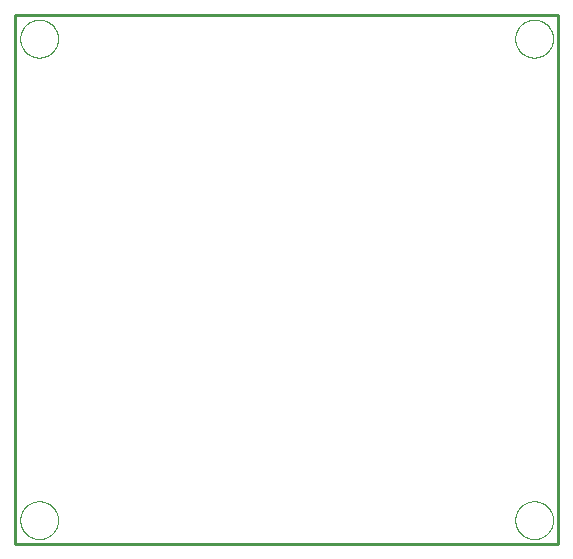
<source format=gko>
G75*
%MOIN*%
%OFA0B0*%
%FSLAX25Y25*%
%IPPOS*%
%LPD*%
%AMOC8*
5,1,8,0,0,1.08239X$1,22.5*
%
%ADD10C,0.01000*%
%ADD11C,0.00000*%
D10*
X0013478Y0005367D02*
X0013478Y0181867D01*
X0194478Y0181867D01*
X0194478Y0005367D01*
X0013478Y0005367D01*
D11*
X0015179Y0013367D02*
X0015181Y0013525D01*
X0015187Y0013683D01*
X0015197Y0013841D01*
X0015211Y0013999D01*
X0015229Y0014156D01*
X0015250Y0014313D01*
X0015276Y0014469D01*
X0015306Y0014625D01*
X0015339Y0014780D01*
X0015377Y0014933D01*
X0015418Y0015086D01*
X0015463Y0015238D01*
X0015512Y0015389D01*
X0015565Y0015538D01*
X0015621Y0015686D01*
X0015681Y0015832D01*
X0015745Y0015977D01*
X0015813Y0016120D01*
X0015884Y0016262D01*
X0015958Y0016402D01*
X0016036Y0016539D01*
X0016118Y0016675D01*
X0016202Y0016809D01*
X0016291Y0016940D01*
X0016382Y0017069D01*
X0016477Y0017196D01*
X0016574Y0017321D01*
X0016675Y0017443D01*
X0016779Y0017562D01*
X0016886Y0017679D01*
X0016996Y0017793D01*
X0017109Y0017904D01*
X0017224Y0018013D01*
X0017342Y0018118D01*
X0017463Y0018220D01*
X0017586Y0018320D01*
X0017712Y0018416D01*
X0017840Y0018509D01*
X0017970Y0018599D01*
X0018103Y0018685D01*
X0018238Y0018769D01*
X0018374Y0018848D01*
X0018513Y0018925D01*
X0018654Y0018997D01*
X0018796Y0019067D01*
X0018940Y0019132D01*
X0019086Y0019194D01*
X0019233Y0019252D01*
X0019382Y0019307D01*
X0019532Y0019358D01*
X0019683Y0019405D01*
X0019835Y0019448D01*
X0019988Y0019487D01*
X0020143Y0019523D01*
X0020298Y0019554D01*
X0020454Y0019582D01*
X0020610Y0019606D01*
X0020767Y0019626D01*
X0020925Y0019642D01*
X0021082Y0019654D01*
X0021241Y0019662D01*
X0021399Y0019666D01*
X0021557Y0019666D01*
X0021715Y0019662D01*
X0021874Y0019654D01*
X0022031Y0019642D01*
X0022189Y0019626D01*
X0022346Y0019606D01*
X0022502Y0019582D01*
X0022658Y0019554D01*
X0022813Y0019523D01*
X0022968Y0019487D01*
X0023121Y0019448D01*
X0023273Y0019405D01*
X0023424Y0019358D01*
X0023574Y0019307D01*
X0023723Y0019252D01*
X0023870Y0019194D01*
X0024016Y0019132D01*
X0024160Y0019067D01*
X0024302Y0018997D01*
X0024443Y0018925D01*
X0024582Y0018848D01*
X0024718Y0018769D01*
X0024853Y0018685D01*
X0024986Y0018599D01*
X0025116Y0018509D01*
X0025244Y0018416D01*
X0025370Y0018320D01*
X0025493Y0018220D01*
X0025614Y0018118D01*
X0025732Y0018013D01*
X0025847Y0017904D01*
X0025960Y0017793D01*
X0026070Y0017679D01*
X0026177Y0017562D01*
X0026281Y0017443D01*
X0026382Y0017321D01*
X0026479Y0017196D01*
X0026574Y0017069D01*
X0026665Y0016940D01*
X0026754Y0016809D01*
X0026838Y0016675D01*
X0026920Y0016539D01*
X0026998Y0016402D01*
X0027072Y0016262D01*
X0027143Y0016120D01*
X0027211Y0015977D01*
X0027275Y0015832D01*
X0027335Y0015686D01*
X0027391Y0015538D01*
X0027444Y0015389D01*
X0027493Y0015238D01*
X0027538Y0015086D01*
X0027579Y0014933D01*
X0027617Y0014780D01*
X0027650Y0014625D01*
X0027680Y0014469D01*
X0027706Y0014313D01*
X0027727Y0014156D01*
X0027745Y0013999D01*
X0027759Y0013841D01*
X0027769Y0013683D01*
X0027775Y0013525D01*
X0027777Y0013367D01*
X0027775Y0013209D01*
X0027769Y0013051D01*
X0027759Y0012893D01*
X0027745Y0012735D01*
X0027727Y0012578D01*
X0027706Y0012421D01*
X0027680Y0012265D01*
X0027650Y0012109D01*
X0027617Y0011954D01*
X0027579Y0011801D01*
X0027538Y0011648D01*
X0027493Y0011496D01*
X0027444Y0011345D01*
X0027391Y0011196D01*
X0027335Y0011048D01*
X0027275Y0010902D01*
X0027211Y0010757D01*
X0027143Y0010614D01*
X0027072Y0010472D01*
X0026998Y0010332D01*
X0026920Y0010195D01*
X0026838Y0010059D01*
X0026754Y0009925D01*
X0026665Y0009794D01*
X0026574Y0009665D01*
X0026479Y0009538D01*
X0026382Y0009413D01*
X0026281Y0009291D01*
X0026177Y0009172D01*
X0026070Y0009055D01*
X0025960Y0008941D01*
X0025847Y0008830D01*
X0025732Y0008721D01*
X0025614Y0008616D01*
X0025493Y0008514D01*
X0025370Y0008414D01*
X0025244Y0008318D01*
X0025116Y0008225D01*
X0024986Y0008135D01*
X0024853Y0008049D01*
X0024718Y0007965D01*
X0024582Y0007886D01*
X0024443Y0007809D01*
X0024302Y0007737D01*
X0024160Y0007667D01*
X0024016Y0007602D01*
X0023870Y0007540D01*
X0023723Y0007482D01*
X0023574Y0007427D01*
X0023424Y0007376D01*
X0023273Y0007329D01*
X0023121Y0007286D01*
X0022968Y0007247D01*
X0022813Y0007211D01*
X0022658Y0007180D01*
X0022502Y0007152D01*
X0022346Y0007128D01*
X0022189Y0007108D01*
X0022031Y0007092D01*
X0021874Y0007080D01*
X0021715Y0007072D01*
X0021557Y0007068D01*
X0021399Y0007068D01*
X0021241Y0007072D01*
X0021082Y0007080D01*
X0020925Y0007092D01*
X0020767Y0007108D01*
X0020610Y0007128D01*
X0020454Y0007152D01*
X0020298Y0007180D01*
X0020143Y0007211D01*
X0019988Y0007247D01*
X0019835Y0007286D01*
X0019683Y0007329D01*
X0019532Y0007376D01*
X0019382Y0007427D01*
X0019233Y0007482D01*
X0019086Y0007540D01*
X0018940Y0007602D01*
X0018796Y0007667D01*
X0018654Y0007737D01*
X0018513Y0007809D01*
X0018374Y0007886D01*
X0018238Y0007965D01*
X0018103Y0008049D01*
X0017970Y0008135D01*
X0017840Y0008225D01*
X0017712Y0008318D01*
X0017586Y0008414D01*
X0017463Y0008514D01*
X0017342Y0008616D01*
X0017224Y0008721D01*
X0017109Y0008830D01*
X0016996Y0008941D01*
X0016886Y0009055D01*
X0016779Y0009172D01*
X0016675Y0009291D01*
X0016574Y0009413D01*
X0016477Y0009538D01*
X0016382Y0009665D01*
X0016291Y0009794D01*
X0016202Y0009925D01*
X0016118Y0010059D01*
X0016036Y0010195D01*
X0015958Y0010332D01*
X0015884Y0010472D01*
X0015813Y0010614D01*
X0015745Y0010757D01*
X0015681Y0010902D01*
X0015621Y0011048D01*
X0015565Y0011196D01*
X0015512Y0011345D01*
X0015463Y0011496D01*
X0015418Y0011648D01*
X0015377Y0011801D01*
X0015339Y0011954D01*
X0015306Y0012109D01*
X0015276Y0012265D01*
X0015250Y0012421D01*
X0015229Y0012578D01*
X0015211Y0012735D01*
X0015197Y0012893D01*
X0015187Y0013051D01*
X0015181Y0013209D01*
X0015179Y0013367D01*
X0015179Y0173867D02*
X0015181Y0174025D01*
X0015187Y0174183D01*
X0015197Y0174341D01*
X0015211Y0174499D01*
X0015229Y0174656D01*
X0015250Y0174813D01*
X0015276Y0174969D01*
X0015306Y0175125D01*
X0015339Y0175280D01*
X0015377Y0175433D01*
X0015418Y0175586D01*
X0015463Y0175738D01*
X0015512Y0175889D01*
X0015565Y0176038D01*
X0015621Y0176186D01*
X0015681Y0176332D01*
X0015745Y0176477D01*
X0015813Y0176620D01*
X0015884Y0176762D01*
X0015958Y0176902D01*
X0016036Y0177039D01*
X0016118Y0177175D01*
X0016202Y0177309D01*
X0016291Y0177440D01*
X0016382Y0177569D01*
X0016477Y0177696D01*
X0016574Y0177821D01*
X0016675Y0177943D01*
X0016779Y0178062D01*
X0016886Y0178179D01*
X0016996Y0178293D01*
X0017109Y0178404D01*
X0017224Y0178513D01*
X0017342Y0178618D01*
X0017463Y0178720D01*
X0017586Y0178820D01*
X0017712Y0178916D01*
X0017840Y0179009D01*
X0017970Y0179099D01*
X0018103Y0179185D01*
X0018238Y0179269D01*
X0018374Y0179348D01*
X0018513Y0179425D01*
X0018654Y0179497D01*
X0018796Y0179567D01*
X0018940Y0179632D01*
X0019086Y0179694D01*
X0019233Y0179752D01*
X0019382Y0179807D01*
X0019532Y0179858D01*
X0019683Y0179905D01*
X0019835Y0179948D01*
X0019988Y0179987D01*
X0020143Y0180023D01*
X0020298Y0180054D01*
X0020454Y0180082D01*
X0020610Y0180106D01*
X0020767Y0180126D01*
X0020925Y0180142D01*
X0021082Y0180154D01*
X0021241Y0180162D01*
X0021399Y0180166D01*
X0021557Y0180166D01*
X0021715Y0180162D01*
X0021874Y0180154D01*
X0022031Y0180142D01*
X0022189Y0180126D01*
X0022346Y0180106D01*
X0022502Y0180082D01*
X0022658Y0180054D01*
X0022813Y0180023D01*
X0022968Y0179987D01*
X0023121Y0179948D01*
X0023273Y0179905D01*
X0023424Y0179858D01*
X0023574Y0179807D01*
X0023723Y0179752D01*
X0023870Y0179694D01*
X0024016Y0179632D01*
X0024160Y0179567D01*
X0024302Y0179497D01*
X0024443Y0179425D01*
X0024582Y0179348D01*
X0024718Y0179269D01*
X0024853Y0179185D01*
X0024986Y0179099D01*
X0025116Y0179009D01*
X0025244Y0178916D01*
X0025370Y0178820D01*
X0025493Y0178720D01*
X0025614Y0178618D01*
X0025732Y0178513D01*
X0025847Y0178404D01*
X0025960Y0178293D01*
X0026070Y0178179D01*
X0026177Y0178062D01*
X0026281Y0177943D01*
X0026382Y0177821D01*
X0026479Y0177696D01*
X0026574Y0177569D01*
X0026665Y0177440D01*
X0026754Y0177309D01*
X0026838Y0177175D01*
X0026920Y0177039D01*
X0026998Y0176902D01*
X0027072Y0176762D01*
X0027143Y0176620D01*
X0027211Y0176477D01*
X0027275Y0176332D01*
X0027335Y0176186D01*
X0027391Y0176038D01*
X0027444Y0175889D01*
X0027493Y0175738D01*
X0027538Y0175586D01*
X0027579Y0175433D01*
X0027617Y0175280D01*
X0027650Y0175125D01*
X0027680Y0174969D01*
X0027706Y0174813D01*
X0027727Y0174656D01*
X0027745Y0174499D01*
X0027759Y0174341D01*
X0027769Y0174183D01*
X0027775Y0174025D01*
X0027777Y0173867D01*
X0027775Y0173709D01*
X0027769Y0173551D01*
X0027759Y0173393D01*
X0027745Y0173235D01*
X0027727Y0173078D01*
X0027706Y0172921D01*
X0027680Y0172765D01*
X0027650Y0172609D01*
X0027617Y0172454D01*
X0027579Y0172301D01*
X0027538Y0172148D01*
X0027493Y0171996D01*
X0027444Y0171845D01*
X0027391Y0171696D01*
X0027335Y0171548D01*
X0027275Y0171402D01*
X0027211Y0171257D01*
X0027143Y0171114D01*
X0027072Y0170972D01*
X0026998Y0170832D01*
X0026920Y0170695D01*
X0026838Y0170559D01*
X0026754Y0170425D01*
X0026665Y0170294D01*
X0026574Y0170165D01*
X0026479Y0170038D01*
X0026382Y0169913D01*
X0026281Y0169791D01*
X0026177Y0169672D01*
X0026070Y0169555D01*
X0025960Y0169441D01*
X0025847Y0169330D01*
X0025732Y0169221D01*
X0025614Y0169116D01*
X0025493Y0169014D01*
X0025370Y0168914D01*
X0025244Y0168818D01*
X0025116Y0168725D01*
X0024986Y0168635D01*
X0024853Y0168549D01*
X0024718Y0168465D01*
X0024582Y0168386D01*
X0024443Y0168309D01*
X0024302Y0168237D01*
X0024160Y0168167D01*
X0024016Y0168102D01*
X0023870Y0168040D01*
X0023723Y0167982D01*
X0023574Y0167927D01*
X0023424Y0167876D01*
X0023273Y0167829D01*
X0023121Y0167786D01*
X0022968Y0167747D01*
X0022813Y0167711D01*
X0022658Y0167680D01*
X0022502Y0167652D01*
X0022346Y0167628D01*
X0022189Y0167608D01*
X0022031Y0167592D01*
X0021874Y0167580D01*
X0021715Y0167572D01*
X0021557Y0167568D01*
X0021399Y0167568D01*
X0021241Y0167572D01*
X0021082Y0167580D01*
X0020925Y0167592D01*
X0020767Y0167608D01*
X0020610Y0167628D01*
X0020454Y0167652D01*
X0020298Y0167680D01*
X0020143Y0167711D01*
X0019988Y0167747D01*
X0019835Y0167786D01*
X0019683Y0167829D01*
X0019532Y0167876D01*
X0019382Y0167927D01*
X0019233Y0167982D01*
X0019086Y0168040D01*
X0018940Y0168102D01*
X0018796Y0168167D01*
X0018654Y0168237D01*
X0018513Y0168309D01*
X0018374Y0168386D01*
X0018238Y0168465D01*
X0018103Y0168549D01*
X0017970Y0168635D01*
X0017840Y0168725D01*
X0017712Y0168818D01*
X0017586Y0168914D01*
X0017463Y0169014D01*
X0017342Y0169116D01*
X0017224Y0169221D01*
X0017109Y0169330D01*
X0016996Y0169441D01*
X0016886Y0169555D01*
X0016779Y0169672D01*
X0016675Y0169791D01*
X0016574Y0169913D01*
X0016477Y0170038D01*
X0016382Y0170165D01*
X0016291Y0170294D01*
X0016202Y0170425D01*
X0016118Y0170559D01*
X0016036Y0170695D01*
X0015958Y0170832D01*
X0015884Y0170972D01*
X0015813Y0171114D01*
X0015745Y0171257D01*
X0015681Y0171402D01*
X0015621Y0171548D01*
X0015565Y0171696D01*
X0015512Y0171845D01*
X0015463Y0171996D01*
X0015418Y0172148D01*
X0015377Y0172301D01*
X0015339Y0172454D01*
X0015306Y0172609D01*
X0015276Y0172765D01*
X0015250Y0172921D01*
X0015229Y0173078D01*
X0015211Y0173235D01*
X0015197Y0173393D01*
X0015187Y0173551D01*
X0015181Y0173709D01*
X0015179Y0173867D01*
X0180179Y0173867D02*
X0180181Y0174025D01*
X0180187Y0174183D01*
X0180197Y0174341D01*
X0180211Y0174499D01*
X0180229Y0174656D01*
X0180250Y0174813D01*
X0180276Y0174969D01*
X0180306Y0175125D01*
X0180339Y0175280D01*
X0180377Y0175433D01*
X0180418Y0175586D01*
X0180463Y0175738D01*
X0180512Y0175889D01*
X0180565Y0176038D01*
X0180621Y0176186D01*
X0180681Y0176332D01*
X0180745Y0176477D01*
X0180813Y0176620D01*
X0180884Y0176762D01*
X0180958Y0176902D01*
X0181036Y0177039D01*
X0181118Y0177175D01*
X0181202Y0177309D01*
X0181291Y0177440D01*
X0181382Y0177569D01*
X0181477Y0177696D01*
X0181574Y0177821D01*
X0181675Y0177943D01*
X0181779Y0178062D01*
X0181886Y0178179D01*
X0181996Y0178293D01*
X0182109Y0178404D01*
X0182224Y0178513D01*
X0182342Y0178618D01*
X0182463Y0178720D01*
X0182586Y0178820D01*
X0182712Y0178916D01*
X0182840Y0179009D01*
X0182970Y0179099D01*
X0183103Y0179185D01*
X0183238Y0179269D01*
X0183374Y0179348D01*
X0183513Y0179425D01*
X0183654Y0179497D01*
X0183796Y0179567D01*
X0183940Y0179632D01*
X0184086Y0179694D01*
X0184233Y0179752D01*
X0184382Y0179807D01*
X0184532Y0179858D01*
X0184683Y0179905D01*
X0184835Y0179948D01*
X0184988Y0179987D01*
X0185143Y0180023D01*
X0185298Y0180054D01*
X0185454Y0180082D01*
X0185610Y0180106D01*
X0185767Y0180126D01*
X0185925Y0180142D01*
X0186082Y0180154D01*
X0186241Y0180162D01*
X0186399Y0180166D01*
X0186557Y0180166D01*
X0186715Y0180162D01*
X0186874Y0180154D01*
X0187031Y0180142D01*
X0187189Y0180126D01*
X0187346Y0180106D01*
X0187502Y0180082D01*
X0187658Y0180054D01*
X0187813Y0180023D01*
X0187968Y0179987D01*
X0188121Y0179948D01*
X0188273Y0179905D01*
X0188424Y0179858D01*
X0188574Y0179807D01*
X0188723Y0179752D01*
X0188870Y0179694D01*
X0189016Y0179632D01*
X0189160Y0179567D01*
X0189302Y0179497D01*
X0189443Y0179425D01*
X0189582Y0179348D01*
X0189718Y0179269D01*
X0189853Y0179185D01*
X0189986Y0179099D01*
X0190116Y0179009D01*
X0190244Y0178916D01*
X0190370Y0178820D01*
X0190493Y0178720D01*
X0190614Y0178618D01*
X0190732Y0178513D01*
X0190847Y0178404D01*
X0190960Y0178293D01*
X0191070Y0178179D01*
X0191177Y0178062D01*
X0191281Y0177943D01*
X0191382Y0177821D01*
X0191479Y0177696D01*
X0191574Y0177569D01*
X0191665Y0177440D01*
X0191754Y0177309D01*
X0191838Y0177175D01*
X0191920Y0177039D01*
X0191998Y0176902D01*
X0192072Y0176762D01*
X0192143Y0176620D01*
X0192211Y0176477D01*
X0192275Y0176332D01*
X0192335Y0176186D01*
X0192391Y0176038D01*
X0192444Y0175889D01*
X0192493Y0175738D01*
X0192538Y0175586D01*
X0192579Y0175433D01*
X0192617Y0175280D01*
X0192650Y0175125D01*
X0192680Y0174969D01*
X0192706Y0174813D01*
X0192727Y0174656D01*
X0192745Y0174499D01*
X0192759Y0174341D01*
X0192769Y0174183D01*
X0192775Y0174025D01*
X0192777Y0173867D01*
X0192775Y0173709D01*
X0192769Y0173551D01*
X0192759Y0173393D01*
X0192745Y0173235D01*
X0192727Y0173078D01*
X0192706Y0172921D01*
X0192680Y0172765D01*
X0192650Y0172609D01*
X0192617Y0172454D01*
X0192579Y0172301D01*
X0192538Y0172148D01*
X0192493Y0171996D01*
X0192444Y0171845D01*
X0192391Y0171696D01*
X0192335Y0171548D01*
X0192275Y0171402D01*
X0192211Y0171257D01*
X0192143Y0171114D01*
X0192072Y0170972D01*
X0191998Y0170832D01*
X0191920Y0170695D01*
X0191838Y0170559D01*
X0191754Y0170425D01*
X0191665Y0170294D01*
X0191574Y0170165D01*
X0191479Y0170038D01*
X0191382Y0169913D01*
X0191281Y0169791D01*
X0191177Y0169672D01*
X0191070Y0169555D01*
X0190960Y0169441D01*
X0190847Y0169330D01*
X0190732Y0169221D01*
X0190614Y0169116D01*
X0190493Y0169014D01*
X0190370Y0168914D01*
X0190244Y0168818D01*
X0190116Y0168725D01*
X0189986Y0168635D01*
X0189853Y0168549D01*
X0189718Y0168465D01*
X0189582Y0168386D01*
X0189443Y0168309D01*
X0189302Y0168237D01*
X0189160Y0168167D01*
X0189016Y0168102D01*
X0188870Y0168040D01*
X0188723Y0167982D01*
X0188574Y0167927D01*
X0188424Y0167876D01*
X0188273Y0167829D01*
X0188121Y0167786D01*
X0187968Y0167747D01*
X0187813Y0167711D01*
X0187658Y0167680D01*
X0187502Y0167652D01*
X0187346Y0167628D01*
X0187189Y0167608D01*
X0187031Y0167592D01*
X0186874Y0167580D01*
X0186715Y0167572D01*
X0186557Y0167568D01*
X0186399Y0167568D01*
X0186241Y0167572D01*
X0186082Y0167580D01*
X0185925Y0167592D01*
X0185767Y0167608D01*
X0185610Y0167628D01*
X0185454Y0167652D01*
X0185298Y0167680D01*
X0185143Y0167711D01*
X0184988Y0167747D01*
X0184835Y0167786D01*
X0184683Y0167829D01*
X0184532Y0167876D01*
X0184382Y0167927D01*
X0184233Y0167982D01*
X0184086Y0168040D01*
X0183940Y0168102D01*
X0183796Y0168167D01*
X0183654Y0168237D01*
X0183513Y0168309D01*
X0183374Y0168386D01*
X0183238Y0168465D01*
X0183103Y0168549D01*
X0182970Y0168635D01*
X0182840Y0168725D01*
X0182712Y0168818D01*
X0182586Y0168914D01*
X0182463Y0169014D01*
X0182342Y0169116D01*
X0182224Y0169221D01*
X0182109Y0169330D01*
X0181996Y0169441D01*
X0181886Y0169555D01*
X0181779Y0169672D01*
X0181675Y0169791D01*
X0181574Y0169913D01*
X0181477Y0170038D01*
X0181382Y0170165D01*
X0181291Y0170294D01*
X0181202Y0170425D01*
X0181118Y0170559D01*
X0181036Y0170695D01*
X0180958Y0170832D01*
X0180884Y0170972D01*
X0180813Y0171114D01*
X0180745Y0171257D01*
X0180681Y0171402D01*
X0180621Y0171548D01*
X0180565Y0171696D01*
X0180512Y0171845D01*
X0180463Y0171996D01*
X0180418Y0172148D01*
X0180377Y0172301D01*
X0180339Y0172454D01*
X0180306Y0172609D01*
X0180276Y0172765D01*
X0180250Y0172921D01*
X0180229Y0173078D01*
X0180211Y0173235D01*
X0180197Y0173393D01*
X0180187Y0173551D01*
X0180181Y0173709D01*
X0180179Y0173867D01*
X0180179Y0013367D02*
X0180181Y0013525D01*
X0180187Y0013683D01*
X0180197Y0013841D01*
X0180211Y0013999D01*
X0180229Y0014156D01*
X0180250Y0014313D01*
X0180276Y0014469D01*
X0180306Y0014625D01*
X0180339Y0014780D01*
X0180377Y0014933D01*
X0180418Y0015086D01*
X0180463Y0015238D01*
X0180512Y0015389D01*
X0180565Y0015538D01*
X0180621Y0015686D01*
X0180681Y0015832D01*
X0180745Y0015977D01*
X0180813Y0016120D01*
X0180884Y0016262D01*
X0180958Y0016402D01*
X0181036Y0016539D01*
X0181118Y0016675D01*
X0181202Y0016809D01*
X0181291Y0016940D01*
X0181382Y0017069D01*
X0181477Y0017196D01*
X0181574Y0017321D01*
X0181675Y0017443D01*
X0181779Y0017562D01*
X0181886Y0017679D01*
X0181996Y0017793D01*
X0182109Y0017904D01*
X0182224Y0018013D01*
X0182342Y0018118D01*
X0182463Y0018220D01*
X0182586Y0018320D01*
X0182712Y0018416D01*
X0182840Y0018509D01*
X0182970Y0018599D01*
X0183103Y0018685D01*
X0183238Y0018769D01*
X0183374Y0018848D01*
X0183513Y0018925D01*
X0183654Y0018997D01*
X0183796Y0019067D01*
X0183940Y0019132D01*
X0184086Y0019194D01*
X0184233Y0019252D01*
X0184382Y0019307D01*
X0184532Y0019358D01*
X0184683Y0019405D01*
X0184835Y0019448D01*
X0184988Y0019487D01*
X0185143Y0019523D01*
X0185298Y0019554D01*
X0185454Y0019582D01*
X0185610Y0019606D01*
X0185767Y0019626D01*
X0185925Y0019642D01*
X0186082Y0019654D01*
X0186241Y0019662D01*
X0186399Y0019666D01*
X0186557Y0019666D01*
X0186715Y0019662D01*
X0186874Y0019654D01*
X0187031Y0019642D01*
X0187189Y0019626D01*
X0187346Y0019606D01*
X0187502Y0019582D01*
X0187658Y0019554D01*
X0187813Y0019523D01*
X0187968Y0019487D01*
X0188121Y0019448D01*
X0188273Y0019405D01*
X0188424Y0019358D01*
X0188574Y0019307D01*
X0188723Y0019252D01*
X0188870Y0019194D01*
X0189016Y0019132D01*
X0189160Y0019067D01*
X0189302Y0018997D01*
X0189443Y0018925D01*
X0189582Y0018848D01*
X0189718Y0018769D01*
X0189853Y0018685D01*
X0189986Y0018599D01*
X0190116Y0018509D01*
X0190244Y0018416D01*
X0190370Y0018320D01*
X0190493Y0018220D01*
X0190614Y0018118D01*
X0190732Y0018013D01*
X0190847Y0017904D01*
X0190960Y0017793D01*
X0191070Y0017679D01*
X0191177Y0017562D01*
X0191281Y0017443D01*
X0191382Y0017321D01*
X0191479Y0017196D01*
X0191574Y0017069D01*
X0191665Y0016940D01*
X0191754Y0016809D01*
X0191838Y0016675D01*
X0191920Y0016539D01*
X0191998Y0016402D01*
X0192072Y0016262D01*
X0192143Y0016120D01*
X0192211Y0015977D01*
X0192275Y0015832D01*
X0192335Y0015686D01*
X0192391Y0015538D01*
X0192444Y0015389D01*
X0192493Y0015238D01*
X0192538Y0015086D01*
X0192579Y0014933D01*
X0192617Y0014780D01*
X0192650Y0014625D01*
X0192680Y0014469D01*
X0192706Y0014313D01*
X0192727Y0014156D01*
X0192745Y0013999D01*
X0192759Y0013841D01*
X0192769Y0013683D01*
X0192775Y0013525D01*
X0192777Y0013367D01*
X0192775Y0013209D01*
X0192769Y0013051D01*
X0192759Y0012893D01*
X0192745Y0012735D01*
X0192727Y0012578D01*
X0192706Y0012421D01*
X0192680Y0012265D01*
X0192650Y0012109D01*
X0192617Y0011954D01*
X0192579Y0011801D01*
X0192538Y0011648D01*
X0192493Y0011496D01*
X0192444Y0011345D01*
X0192391Y0011196D01*
X0192335Y0011048D01*
X0192275Y0010902D01*
X0192211Y0010757D01*
X0192143Y0010614D01*
X0192072Y0010472D01*
X0191998Y0010332D01*
X0191920Y0010195D01*
X0191838Y0010059D01*
X0191754Y0009925D01*
X0191665Y0009794D01*
X0191574Y0009665D01*
X0191479Y0009538D01*
X0191382Y0009413D01*
X0191281Y0009291D01*
X0191177Y0009172D01*
X0191070Y0009055D01*
X0190960Y0008941D01*
X0190847Y0008830D01*
X0190732Y0008721D01*
X0190614Y0008616D01*
X0190493Y0008514D01*
X0190370Y0008414D01*
X0190244Y0008318D01*
X0190116Y0008225D01*
X0189986Y0008135D01*
X0189853Y0008049D01*
X0189718Y0007965D01*
X0189582Y0007886D01*
X0189443Y0007809D01*
X0189302Y0007737D01*
X0189160Y0007667D01*
X0189016Y0007602D01*
X0188870Y0007540D01*
X0188723Y0007482D01*
X0188574Y0007427D01*
X0188424Y0007376D01*
X0188273Y0007329D01*
X0188121Y0007286D01*
X0187968Y0007247D01*
X0187813Y0007211D01*
X0187658Y0007180D01*
X0187502Y0007152D01*
X0187346Y0007128D01*
X0187189Y0007108D01*
X0187031Y0007092D01*
X0186874Y0007080D01*
X0186715Y0007072D01*
X0186557Y0007068D01*
X0186399Y0007068D01*
X0186241Y0007072D01*
X0186082Y0007080D01*
X0185925Y0007092D01*
X0185767Y0007108D01*
X0185610Y0007128D01*
X0185454Y0007152D01*
X0185298Y0007180D01*
X0185143Y0007211D01*
X0184988Y0007247D01*
X0184835Y0007286D01*
X0184683Y0007329D01*
X0184532Y0007376D01*
X0184382Y0007427D01*
X0184233Y0007482D01*
X0184086Y0007540D01*
X0183940Y0007602D01*
X0183796Y0007667D01*
X0183654Y0007737D01*
X0183513Y0007809D01*
X0183374Y0007886D01*
X0183238Y0007965D01*
X0183103Y0008049D01*
X0182970Y0008135D01*
X0182840Y0008225D01*
X0182712Y0008318D01*
X0182586Y0008414D01*
X0182463Y0008514D01*
X0182342Y0008616D01*
X0182224Y0008721D01*
X0182109Y0008830D01*
X0181996Y0008941D01*
X0181886Y0009055D01*
X0181779Y0009172D01*
X0181675Y0009291D01*
X0181574Y0009413D01*
X0181477Y0009538D01*
X0181382Y0009665D01*
X0181291Y0009794D01*
X0181202Y0009925D01*
X0181118Y0010059D01*
X0181036Y0010195D01*
X0180958Y0010332D01*
X0180884Y0010472D01*
X0180813Y0010614D01*
X0180745Y0010757D01*
X0180681Y0010902D01*
X0180621Y0011048D01*
X0180565Y0011196D01*
X0180512Y0011345D01*
X0180463Y0011496D01*
X0180418Y0011648D01*
X0180377Y0011801D01*
X0180339Y0011954D01*
X0180306Y0012109D01*
X0180276Y0012265D01*
X0180250Y0012421D01*
X0180229Y0012578D01*
X0180211Y0012735D01*
X0180197Y0012893D01*
X0180187Y0013051D01*
X0180181Y0013209D01*
X0180179Y0013367D01*
M02*

</source>
